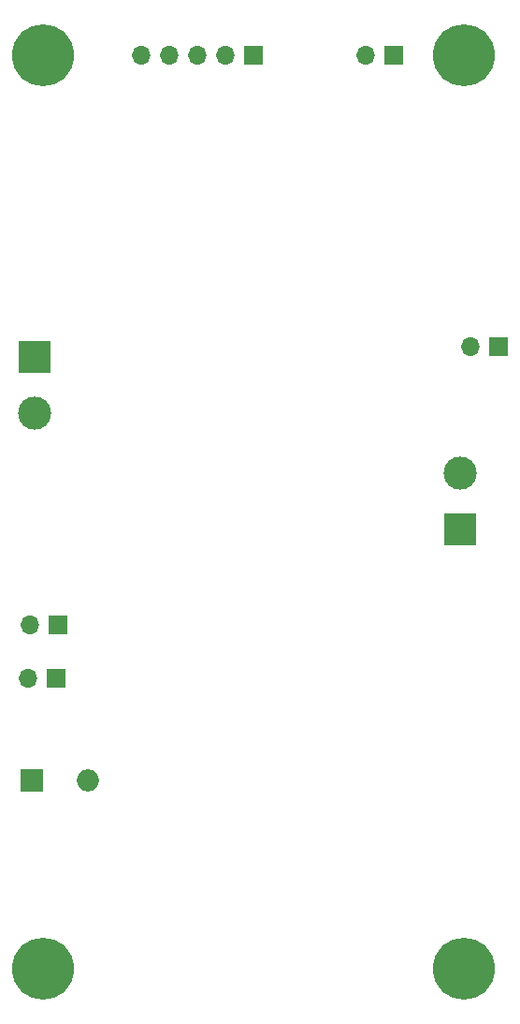
<source format=gbr>
%TF.GenerationSoftware,KiCad,Pcbnew,7.0.5*%
%TF.CreationDate,2023-11-28T19:27:54-08:00*%
%TF.ProjectId,LT3081LEDDummyDriver,4c543330-3831-44c4-9544-44756d6d7944,rev?*%
%TF.SameCoordinates,Original*%
%TF.FileFunction,Soldermask,Bot*%
%TF.FilePolarity,Negative*%
%FSLAX46Y46*%
G04 Gerber Fmt 4.6, Leading zero omitted, Abs format (unit mm)*
G04 Created by KiCad (PCBNEW 7.0.5) date 2023-11-28 19:27:54*
%MOMM*%
%LPD*%
G01*
G04 APERTURE LIST*
%ADD10R,1.700000X1.700000*%
%ADD11O,1.700000X1.700000*%
%ADD12R,3.000000X3.000000*%
%ADD13C,3.000000*%
%ADD14R,2.000000X2.000000*%
%ADD15O,2.000000X2.000000*%
%ADD16C,5.600000*%
G04 APERTURE END LIST*
D10*
%TO.C,J5*%
X131712500Y-39050000D03*
D11*
X129172500Y-39050000D03*
X126632500Y-39050000D03*
X124092500Y-39050000D03*
X121552500Y-39050000D03*
%TD*%
D12*
%TO.C,J1*%
X111862500Y-66310000D03*
D13*
X111862500Y-71390000D03*
%TD*%
D14*
%TO.C,D6*%
X111650000Y-104550000D03*
D15*
X116730000Y-104550000D03*
%TD*%
D12*
%TO.C,J11*%
X150362500Y-81930000D03*
D13*
X150362500Y-76850000D03*
%TD*%
D16*
%TO.C,J6*%
X112662500Y-39050000D03*
%TD*%
D10*
%TO.C,J2*%
X113862500Y-95350000D03*
D11*
X111322500Y-95350000D03*
%TD*%
D10*
%TO.C,J3*%
X114000000Y-90500000D03*
D11*
X111460000Y-90500000D03*
%TD*%
D10*
%TO.C,J4*%
X153862500Y-65350000D03*
D11*
X151322500Y-65350000D03*
%TD*%
D16*
%TO.C,J9*%
X112662500Y-121600000D03*
%TD*%
D10*
%TO.C,J10*%
X144412500Y-39050000D03*
D11*
X141872500Y-39050000D03*
%TD*%
D16*
%TO.C,J8*%
X150762500Y-121600000D03*
%TD*%
%TO.C,J7*%
X150762500Y-39050000D03*
%TD*%
M02*

</source>
